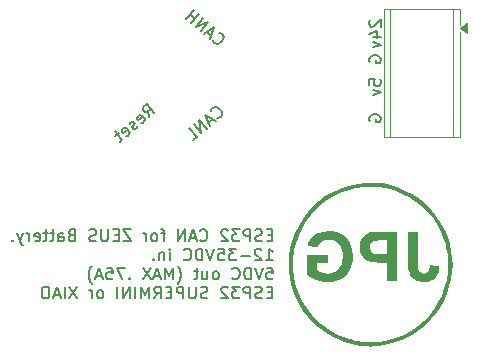
<source format=gbr>
%TF.GenerationSoftware,KiCad,Pcbnew,9.0.6*%
%TF.CreationDate,2025-11-22T18:42:50-05:00*%
%TF.ProjectId,ESP32C6-2,45535033-3243-4362-9d32-2e6b69636164,rev?*%
%TF.SameCoordinates,Original*%
%TF.FileFunction,Legend,Bot*%
%TF.FilePolarity,Positive*%
%FSLAX46Y46*%
G04 Gerber Fmt 4.6, Leading zero omitted, Abs format (unit mm)*
G04 Created by KiCad (PCBNEW 9.0.6) date 2025-11-22 18:42:50*
%MOMM*%
%LPD*%
G01*
G04 APERTURE LIST*
%ADD10C,0.150000*%
%ADD11C,0.000000*%
%ADD12C,0.120000*%
G04 APERTURE END LIST*
D10*
X144917438Y-50860588D02*
X144869819Y-50765350D01*
X144869819Y-50765350D02*
X144869819Y-50622493D01*
X144869819Y-50622493D02*
X144917438Y-50479636D01*
X144917438Y-50479636D02*
X145012676Y-50384398D01*
X145012676Y-50384398D02*
X145107914Y-50336779D01*
X145107914Y-50336779D02*
X145298390Y-50289160D01*
X145298390Y-50289160D02*
X145441247Y-50289160D01*
X145441247Y-50289160D02*
X145631723Y-50336779D01*
X145631723Y-50336779D02*
X145726961Y-50384398D01*
X145726961Y-50384398D02*
X145822200Y-50479636D01*
X145822200Y-50479636D02*
X145869819Y-50622493D01*
X145869819Y-50622493D02*
X145869819Y-50717731D01*
X145869819Y-50717731D02*
X145822200Y-50860588D01*
X145822200Y-50860588D02*
X145774580Y-50908207D01*
X145774580Y-50908207D02*
X145441247Y-50908207D01*
X145441247Y-50908207D02*
X145441247Y-50717731D01*
X144965057Y-47289160D02*
X144917438Y-47336779D01*
X144917438Y-47336779D02*
X144869819Y-47432017D01*
X144869819Y-47432017D02*
X144869819Y-47670112D01*
X144869819Y-47670112D02*
X144917438Y-47765350D01*
X144917438Y-47765350D02*
X144965057Y-47812969D01*
X144965057Y-47812969D02*
X145060295Y-47860588D01*
X145060295Y-47860588D02*
X145155533Y-47860588D01*
X145155533Y-47860588D02*
X145298390Y-47812969D01*
X145298390Y-47812969D02*
X145869819Y-47241541D01*
X145869819Y-47241541D02*
X145869819Y-47860588D01*
X145203152Y-48717731D02*
X145869819Y-48717731D01*
X144822200Y-48479636D02*
X145536485Y-48241541D01*
X145536485Y-48241541D02*
X145536485Y-48860588D01*
X145203152Y-49146303D02*
X145869819Y-49384398D01*
X145869819Y-49384398D02*
X145203152Y-49622493D01*
X144869819Y-52812969D02*
X144869819Y-52336779D01*
X144869819Y-52336779D02*
X145346009Y-52289160D01*
X145346009Y-52289160D02*
X145298390Y-52336779D01*
X145298390Y-52336779D02*
X145250771Y-52432017D01*
X145250771Y-52432017D02*
X145250771Y-52670112D01*
X145250771Y-52670112D02*
X145298390Y-52765350D01*
X145298390Y-52765350D02*
X145346009Y-52812969D01*
X145346009Y-52812969D02*
X145441247Y-52860588D01*
X145441247Y-52860588D02*
X145679342Y-52860588D01*
X145679342Y-52860588D02*
X145774580Y-52812969D01*
X145774580Y-52812969D02*
X145822200Y-52765350D01*
X145822200Y-52765350D02*
X145869819Y-52670112D01*
X145869819Y-52670112D02*
X145869819Y-52432017D01*
X145869819Y-52432017D02*
X145822200Y-52336779D01*
X145822200Y-52336779D02*
X145774580Y-52289160D01*
X145203152Y-53193922D02*
X145869819Y-53432017D01*
X145869819Y-53432017D02*
X145203152Y-53670112D01*
X131662583Y-49025373D02*
X131668453Y-49092460D01*
X131668453Y-49092460D02*
X131747279Y-49220765D01*
X131747279Y-49220765D02*
X131820235Y-49281983D01*
X131820235Y-49281983D02*
X131960279Y-49337332D01*
X131960279Y-49337332D02*
X132094454Y-49325593D01*
X132094454Y-49325593D02*
X132192150Y-49283245D01*
X132192150Y-49283245D02*
X132351064Y-49167941D01*
X132351064Y-49167941D02*
X132442891Y-49058506D01*
X132442891Y-49058506D02*
X132528848Y-48881984D01*
X132528848Y-48881984D02*
X132553588Y-48778418D01*
X132553588Y-48778418D02*
X132541849Y-48644244D01*
X132541849Y-48644244D02*
X132463023Y-48515939D01*
X132463023Y-48515939D02*
X132390066Y-48454721D01*
X132390066Y-48454721D02*
X132250023Y-48399372D01*
X132250023Y-48399372D02*
X132182935Y-48405242D01*
X131493193Y-48634588D02*
X131128410Y-48328499D01*
X131382496Y-48914676D02*
X131769935Y-47934369D01*
X131769935Y-47934369D02*
X130871799Y-48486151D01*
X130616451Y-48271888D02*
X131259239Y-47505844D01*
X131259239Y-47505844D02*
X130178712Y-47904581D01*
X130178712Y-47904581D02*
X130821499Y-47138537D01*
X129813928Y-47598492D02*
X130456716Y-46832447D01*
X130150627Y-47197230D02*
X129712887Y-46829923D01*
X129376189Y-47231185D02*
X130018976Y-46465140D01*
X144917438Y-55860588D02*
X144869819Y-55765350D01*
X144869819Y-55765350D02*
X144869819Y-55622493D01*
X144869819Y-55622493D02*
X144917438Y-55479636D01*
X144917438Y-55479636D02*
X145012676Y-55384398D01*
X145012676Y-55384398D02*
X145107914Y-55336779D01*
X145107914Y-55336779D02*
X145298390Y-55289160D01*
X145298390Y-55289160D02*
X145441247Y-55289160D01*
X145441247Y-55289160D02*
X145631723Y-55336779D01*
X145631723Y-55336779D02*
X145726961Y-55384398D01*
X145726961Y-55384398D02*
X145822200Y-55479636D01*
X145822200Y-55479636D02*
X145869819Y-55622493D01*
X145869819Y-55622493D02*
X145869819Y-55717731D01*
X145869819Y-55717731D02*
X145822200Y-55860588D01*
X145822200Y-55860588D02*
X145774580Y-55908207D01*
X145774580Y-55908207D02*
X145441247Y-55908207D01*
X145441247Y-55908207D02*
X145441247Y-55717731D01*
X136663220Y-65516177D02*
X136329887Y-65516177D01*
X136187030Y-66039987D02*
X136663220Y-66039987D01*
X136663220Y-66039987D02*
X136663220Y-65039987D01*
X136663220Y-65039987D02*
X136187030Y-65039987D01*
X135806077Y-65992368D02*
X135663220Y-66039987D01*
X135663220Y-66039987D02*
X135425125Y-66039987D01*
X135425125Y-66039987D02*
X135329887Y-65992368D01*
X135329887Y-65992368D02*
X135282268Y-65944748D01*
X135282268Y-65944748D02*
X135234649Y-65849510D01*
X135234649Y-65849510D02*
X135234649Y-65754272D01*
X135234649Y-65754272D02*
X135282268Y-65659034D01*
X135282268Y-65659034D02*
X135329887Y-65611415D01*
X135329887Y-65611415D02*
X135425125Y-65563796D01*
X135425125Y-65563796D02*
X135615601Y-65516177D01*
X135615601Y-65516177D02*
X135710839Y-65468558D01*
X135710839Y-65468558D02*
X135758458Y-65420939D01*
X135758458Y-65420939D02*
X135806077Y-65325701D01*
X135806077Y-65325701D02*
X135806077Y-65230463D01*
X135806077Y-65230463D02*
X135758458Y-65135225D01*
X135758458Y-65135225D02*
X135710839Y-65087606D01*
X135710839Y-65087606D02*
X135615601Y-65039987D01*
X135615601Y-65039987D02*
X135377506Y-65039987D01*
X135377506Y-65039987D02*
X135234649Y-65087606D01*
X134806077Y-66039987D02*
X134806077Y-65039987D01*
X134806077Y-65039987D02*
X134425125Y-65039987D01*
X134425125Y-65039987D02*
X134329887Y-65087606D01*
X134329887Y-65087606D02*
X134282268Y-65135225D01*
X134282268Y-65135225D02*
X134234649Y-65230463D01*
X134234649Y-65230463D02*
X134234649Y-65373320D01*
X134234649Y-65373320D02*
X134282268Y-65468558D01*
X134282268Y-65468558D02*
X134329887Y-65516177D01*
X134329887Y-65516177D02*
X134425125Y-65563796D01*
X134425125Y-65563796D02*
X134806077Y-65563796D01*
X133901315Y-65039987D02*
X133282268Y-65039987D01*
X133282268Y-65039987D02*
X133615601Y-65420939D01*
X133615601Y-65420939D02*
X133472744Y-65420939D01*
X133472744Y-65420939D02*
X133377506Y-65468558D01*
X133377506Y-65468558D02*
X133329887Y-65516177D01*
X133329887Y-65516177D02*
X133282268Y-65611415D01*
X133282268Y-65611415D02*
X133282268Y-65849510D01*
X133282268Y-65849510D02*
X133329887Y-65944748D01*
X133329887Y-65944748D02*
X133377506Y-65992368D01*
X133377506Y-65992368D02*
X133472744Y-66039987D01*
X133472744Y-66039987D02*
X133758458Y-66039987D01*
X133758458Y-66039987D02*
X133853696Y-65992368D01*
X133853696Y-65992368D02*
X133901315Y-65944748D01*
X132901315Y-65135225D02*
X132853696Y-65087606D01*
X132853696Y-65087606D02*
X132758458Y-65039987D01*
X132758458Y-65039987D02*
X132520363Y-65039987D01*
X132520363Y-65039987D02*
X132425125Y-65087606D01*
X132425125Y-65087606D02*
X132377506Y-65135225D01*
X132377506Y-65135225D02*
X132329887Y-65230463D01*
X132329887Y-65230463D02*
X132329887Y-65325701D01*
X132329887Y-65325701D02*
X132377506Y-65468558D01*
X132377506Y-65468558D02*
X132948934Y-66039987D01*
X132948934Y-66039987D02*
X132329887Y-66039987D01*
X130567982Y-65944748D02*
X130615601Y-65992368D01*
X130615601Y-65992368D02*
X130758458Y-66039987D01*
X130758458Y-66039987D02*
X130853696Y-66039987D01*
X130853696Y-66039987D02*
X130996553Y-65992368D01*
X130996553Y-65992368D02*
X131091791Y-65897129D01*
X131091791Y-65897129D02*
X131139410Y-65801891D01*
X131139410Y-65801891D02*
X131187029Y-65611415D01*
X131187029Y-65611415D02*
X131187029Y-65468558D01*
X131187029Y-65468558D02*
X131139410Y-65278082D01*
X131139410Y-65278082D02*
X131091791Y-65182844D01*
X131091791Y-65182844D02*
X130996553Y-65087606D01*
X130996553Y-65087606D02*
X130853696Y-65039987D01*
X130853696Y-65039987D02*
X130758458Y-65039987D01*
X130758458Y-65039987D02*
X130615601Y-65087606D01*
X130615601Y-65087606D02*
X130567982Y-65135225D01*
X130187029Y-65754272D02*
X129710839Y-65754272D01*
X130282267Y-66039987D02*
X129948934Y-65039987D01*
X129948934Y-65039987D02*
X129615601Y-66039987D01*
X129282267Y-66039987D02*
X129282267Y-65039987D01*
X129282267Y-65039987D02*
X128710839Y-66039987D01*
X128710839Y-66039987D02*
X128710839Y-65039987D01*
X127615600Y-65373320D02*
X127234648Y-65373320D01*
X127472743Y-66039987D02*
X127472743Y-65182844D01*
X127472743Y-65182844D02*
X127425124Y-65087606D01*
X127425124Y-65087606D02*
X127329886Y-65039987D01*
X127329886Y-65039987D02*
X127234648Y-65039987D01*
X126758457Y-66039987D02*
X126853695Y-65992368D01*
X126853695Y-65992368D02*
X126901314Y-65944748D01*
X126901314Y-65944748D02*
X126948933Y-65849510D01*
X126948933Y-65849510D02*
X126948933Y-65563796D01*
X126948933Y-65563796D02*
X126901314Y-65468558D01*
X126901314Y-65468558D02*
X126853695Y-65420939D01*
X126853695Y-65420939D02*
X126758457Y-65373320D01*
X126758457Y-65373320D02*
X126615600Y-65373320D01*
X126615600Y-65373320D02*
X126520362Y-65420939D01*
X126520362Y-65420939D02*
X126472743Y-65468558D01*
X126472743Y-65468558D02*
X126425124Y-65563796D01*
X126425124Y-65563796D02*
X126425124Y-65849510D01*
X126425124Y-65849510D02*
X126472743Y-65944748D01*
X126472743Y-65944748D02*
X126520362Y-65992368D01*
X126520362Y-65992368D02*
X126615600Y-66039987D01*
X126615600Y-66039987D02*
X126758457Y-66039987D01*
X125996552Y-66039987D02*
X125996552Y-65373320D01*
X125996552Y-65563796D02*
X125948933Y-65468558D01*
X125948933Y-65468558D02*
X125901314Y-65420939D01*
X125901314Y-65420939D02*
X125806076Y-65373320D01*
X125806076Y-65373320D02*
X125710838Y-65373320D01*
X124710837Y-65039987D02*
X124044171Y-65039987D01*
X124044171Y-65039987D02*
X124710837Y-66039987D01*
X124710837Y-66039987D02*
X124044171Y-66039987D01*
X123663218Y-65516177D02*
X123329885Y-65516177D01*
X123187028Y-66039987D02*
X123663218Y-66039987D01*
X123663218Y-66039987D02*
X123663218Y-65039987D01*
X123663218Y-65039987D02*
X123187028Y-65039987D01*
X122758456Y-65039987D02*
X122758456Y-65849510D01*
X122758456Y-65849510D02*
X122710837Y-65944748D01*
X122710837Y-65944748D02*
X122663218Y-65992368D01*
X122663218Y-65992368D02*
X122567980Y-66039987D01*
X122567980Y-66039987D02*
X122377504Y-66039987D01*
X122377504Y-66039987D02*
X122282266Y-65992368D01*
X122282266Y-65992368D02*
X122234647Y-65944748D01*
X122234647Y-65944748D02*
X122187028Y-65849510D01*
X122187028Y-65849510D02*
X122187028Y-65039987D01*
X121758456Y-65992368D02*
X121615599Y-66039987D01*
X121615599Y-66039987D02*
X121377504Y-66039987D01*
X121377504Y-66039987D02*
X121282266Y-65992368D01*
X121282266Y-65992368D02*
X121234647Y-65944748D01*
X121234647Y-65944748D02*
X121187028Y-65849510D01*
X121187028Y-65849510D02*
X121187028Y-65754272D01*
X121187028Y-65754272D02*
X121234647Y-65659034D01*
X121234647Y-65659034D02*
X121282266Y-65611415D01*
X121282266Y-65611415D02*
X121377504Y-65563796D01*
X121377504Y-65563796D02*
X121567980Y-65516177D01*
X121567980Y-65516177D02*
X121663218Y-65468558D01*
X121663218Y-65468558D02*
X121710837Y-65420939D01*
X121710837Y-65420939D02*
X121758456Y-65325701D01*
X121758456Y-65325701D02*
X121758456Y-65230463D01*
X121758456Y-65230463D02*
X121710837Y-65135225D01*
X121710837Y-65135225D02*
X121663218Y-65087606D01*
X121663218Y-65087606D02*
X121567980Y-65039987D01*
X121567980Y-65039987D02*
X121329885Y-65039987D01*
X121329885Y-65039987D02*
X121187028Y-65087606D01*
X119663218Y-65516177D02*
X119520361Y-65563796D01*
X119520361Y-65563796D02*
X119472742Y-65611415D01*
X119472742Y-65611415D02*
X119425123Y-65706653D01*
X119425123Y-65706653D02*
X119425123Y-65849510D01*
X119425123Y-65849510D02*
X119472742Y-65944748D01*
X119472742Y-65944748D02*
X119520361Y-65992368D01*
X119520361Y-65992368D02*
X119615599Y-66039987D01*
X119615599Y-66039987D02*
X119996551Y-66039987D01*
X119996551Y-66039987D02*
X119996551Y-65039987D01*
X119996551Y-65039987D02*
X119663218Y-65039987D01*
X119663218Y-65039987D02*
X119567980Y-65087606D01*
X119567980Y-65087606D02*
X119520361Y-65135225D01*
X119520361Y-65135225D02*
X119472742Y-65230463D01*
X119472742Y-65230463D02*
X119472742Y-65325701D01*
X119472742Y-65325701D02*
X119520361Y-65420939D01*
X119520361Y-65420939D02*
X119567980Y-65468558D01*
X119567980Y-65468558D02*
X119663218Y-65516177D01*
X119663218Y-65516177D02*
X119996551Y-65516177D01*
X118567980Y-66039987D02*
X118567980Y-65516177D01*
X118567980Y-65516177D02*
X118615599Y-65420939D01*
X118615599Y-65420939D02*
X118710837Y-65373320D01*
X118710837Y-65373320D02*
X118901313Y-65373320D01*
X118901313Y-65373320D02*
X118996551Y-65420939D01*
X118567980Y-65992368D02*
X118663218Y-66039987D01*
X118663218Y-66039987D02*
X118901313Y-66039987D01*
X118901313Y-66039987D02*
X118996551Y-65992368D01*
X118996551Y-65992368D02*
X119044170Y-65897129D01*
X119044170Y-65897129D02*
X119044170Y-65801891D01*
X119044170Y-65801891D02*
X118996551Y-65706653D01*
X118996551Y-65706653D02*
X118901313Y-65659034D01*
X118901313Y-65659034D02*
X118663218Y-65659034D01*
X118663218Y-65659034D02*
X118567980Y-65611415D01*
X118234646Y-65373320D02*
X117853694Y-65373320D01*
X118091789Y-65039987D02*
X118091789Y-65897129D01*
X118091789Y-65897129D02*
X118044170Y-65992368D01*
X118044170Y-65992368D02*
X117948932Y-66039987D01*
X117948932Y-66039987D02*
X117853694Y-66039987D01*
X117663217Y-65373320D02*
X117282265Y-65373320D01*
X117520360Y-65039987D02*
X117520360Y-65897129D01*
X117520360Y-65897129D02*
X117472741Y-65992368D01*
X117472741Y-65992368D02*
X117377503Y-66039987D01*
X117377503Y-66039987D02*
X117282265Y-66039987D01*
X116567979Y-65992368D02*
X116663217Y-66039987D01*
X116663217Y-66039987D02*
X116853693Y-66039987D01*
X116853693Y-66039987D02*
X116948931Y-65992368D01*
X116948931Y-65992368D02*
X116996550Y-65897129D01*
X116996550Y-65897129D02*
X116996550Y-65516177D01*
X116996550Y-65516177D02*
X116948931Y-65420939D01*
X116948931Y-65420939D02*
X116853693Y-65373320D01*
X116853693Y-65373320D02*
X116663217Y-65373320D01*
X116663217Y-65373320D02*
X116567979Y-65420939D01*
X116567979Y-65420939D02*
X116520360Y-65516177D01*
X116520360Y-65516177D02*
X116520360Y-65611415D01*
X116520360Y-65611415D02*
X116996550Y-65706653D01*
X116091788Y-66039987D02*
X116091788Y-65373320D01*
X116091788Y-65563796D02*
X116044169Y-65468558D01*
X116044169Y-65468558D02*
X115996550Y-65420939D01*
X115996550Y-65420939D02*
X115901312Y-65373320D01*
X115901312Y-65373320D02*
X115806074Y-65373320D01*
X115567978Y-65373320D02*
X115329883Y-66039987D01*
X115091788Y-65373320D02*
X115329883Y-66039987D01*
X115329883Y-66039987D02*
X115425121Y-66278082D01*
X115425121Y-66278082D02*
X115472740Y-66325701D01*
X115472740Y-66325701D02*
X115567978Y-66373320D01*
X114710835Y-65944748D02*
X114663216Y-65992368D01*
X114663216Y-65992368D02*
X114710835Y-66039987D01*
X114710835Y-66039987D02*
X114758454Y-65992368D01*
X114758454Y-65992368D02*
X114710835Y-65944748D01*
X114710835Y-65944748D02*
X114710835Y-66039987D01*
X136139411Y-67649931D02*
X136710839Y-67649931D01*
X136425125Y-67649931D02*
X136425125Y-66649931D01*
X136425125Y-66649931D02*
X136520363Y-66792788D01*
X136520363Y-66792788D02*
X136615601Y-66888026D01*
X136615601Y-66888026D02*
X136710839Y-66935645D01*
X135758458Y-66745169D02*
X135710839Y-66697550D01*
X135710839Y-66697550D02*
X135615601Y-66649931D01*
X135615601Y-66649931D02*
X135377506Y-66649931D01*
X135377506Y-66649931D02*
X135282268Y-66697550D01*
X135282268Y-66697550D02*
X135234649Y-66745169D01*
X135234649Y-66745169D02*
X135187030Y-66840407D01*
X135187030Y-66840407D02*
X135187030Y-66935645D01*
X135187030Y-66935645D02*
X135234649Y-67078502D01*
X135234649Y-67078502D02*
X135806077Y-67649931D01*
X135806077Y-67649931D02*
X135187030Y-67649931D01*
X134758458Y-67268978D02*
X133996554Y-67268978D01*
X133615601Y-66649931D02*
X132996554Y-66649931D01*
X132996554Y-66649931D02*
X133329887Y-67030883D01*
X133329887Y-67030883D02*
X133187030Y-67030883D01*
X133187030Y-67030883D02*
X133091792Y-67078502D01*
X133091792Y-67078502D02*
X133044173Y-67126121D01*
X133044173Y-67126121D02*
X132996554Y-67221359D01*
X132996554Y-67221359D02*
X132996554Y-67459454D01*
X132996554Y-67459454D02*
X133044173Y-67554692D01*
X133044173Y-67554692D02*
X133091792Y-67602312D01*
X133091792Y-67602312D02*
X133187030Y-67649931D01*
X133187030Y-67649931D02*
X133472744Y-67649931D01*
X133472744Y-67649931D02*
X133567982Y-67602312D01*
X133567982Y-67602312D02*
X133615601Y-67554692D01*
X132091792Y-66649931D02*
X132567982Y-66649931D01*
X132567982Y-66649931D02*
X132615601Y-67126121D01*
X132615601Y-67126121D02*
X132567982Y-67078502D01*
X132567982Y-67078502D02*
X132472744Y-67030883D01*
X132472744Y-67030883D02*
X132234649Y-67030883D01*
X132234649Y-67030883D02*
X132139411Y-67078502D01*
X132139411Y-67078502D02*
X132091792Y-67126121D01*
X132091792Y-67126121D02*
X132044173Y-67221359D01*
X132044173Y-67221359D02*
X132044173Y-67459454D01*
X132044173Y-67459454D02*
X132091792Y-67554692D01*
X132091792Y-67554692D02*
X132139411Y-67602312D01*
X132139411Y-67602312D02*
X132234649Y-67649931D01*
X132234649Y-67649931D02*
X132472744Y-67649931D01*
X132472744Y-67649931D02*
X132567982Y-67602312D01*
X132567982Y-67602312D02*
X132615601Y-67554692D01*
X131758458Y-66649931D02*
X131425125Y-67649931D01*
X131425125Y-67649931D02*
X131091792Y-66649931D01*
X130758458Y-67649931D02*
X130758458Y-66649931D01*
X130758458Y-66649931D02*
X130520363Y-66649931D01*
X130520363Y-66649931D02*
X130377506Y-66697550D01*
X130377506Y-66697550D02*
X130282268Y-66792788D01*
X130282268Y-66792788D02*
X130234649Y-66888026D01*
X130234649Y-66888026D02*
X130187030Y-67078502D01*
X130187030Y-67078502D02*
X130187030Y-67221359D01*
X130187030Y-67221359D02*
X130234649Y-67411835D01*
X130234649Y-67411835D02*
X130282268Y-67507073D01*
X130282268Y-67507073D02*
X130377506Y-67602312D01*
X130377506Y-67602312D02*
X130520363Y-67649931D01*
X130520363Y-67649931D02*
X130758458Y-67649931D01*
X129187030Y-67554692D02*
X129234649Y-67602312D01*
X129234649Y-67602312D02*
X129377506Y-67649931D01*
X129377506Y-67649931D02*
X129472744Y-67649931D01*
X129472744Y-67649931D02*
X129615601Y-67602312D01*
X129615601Y-67602312D02*
X129710839Y-67507073D01*
X129710839Y-67507073D02*
X129758458Y-67411835D01*
X129758458Y-67411835D02*
X129806077Y-67221359D01*
X129806077Y-67221359D02*
X129806077Y-67078502D01*
X129806077Y-67078502D02*
X129758458Y-66888026D01*
X129758458Y-66888026D02*
X129710839Y-66792788D01*
X129710839Y-66792788D02*
X129615601Y-66697550D01*
X129615601Y-66697550D02*
X129472744Y-66649931D01*
X129472744Y-66649931D02*
X129377506Y-66649931D01*
X129377506Y-66649931D02*
X129234649Y-66697550D01*
X129234649Y-66697550D02*
X129187030Y-66745169D01*
X127996553Y-67649931D02*
X127996553Y-66983264D01*
X127996553Y-66649931D02*
X128044172Y-66697550D01*
X128044172Y-66697550D02*
X127996553Y-66745169D01*
X127996553Y-66745169D02*
X127948934Y-66697550D01*
X127948934Y-66697550D02*
X127996553Y-66649931D01*
X127996553Y-66649931D02*
X127996553Y-66745169D01*
X127520363Y-66983264D02*
X127520363Y-67649931D01*
X127520363Y-67078502D02*
X127472744Y-67030883D01*
X127472744Y-67030883D02*
X127377506Y-66983264D01*
X127377506Y-66983264D02*
X127234649Y-66983264D01*
X127234649Y-66983264D02*
X127139411Y-67030883D01*
X127139411Y-67030883D02*
X127091792Y-67126121D01*
X127091792Y-67126121D02*
X127091792Y-67649931D01*
X126615601Y-67554692D02*
X126567982Y-67602312D01*
X126567982Y-67602312D02*
X126615601Y-67649931D01*
X126615601Y-67649931D02*
X126663220Y-67602312D01*
X126663220Y-67602312D02*
X126615601Y-67554692D01*
X126615601Y-67554692D02*
X126615601Y-67649931D01*
X136187030Y-68259875D02*
X136663220Y-68259875D01*
X136663220Y-68259875D02*
X136710839Y-68736065D01*
X136710839Y-68736065D02*
X136663220Y-68688446D01*
X136663220Y-68688446D02*
X136567982Y-68640827D01*
X136567982Y-68640827D02*
X136329887Y-68640827D01*
X136329887Y-68640827D02*
X136234649Y-68688446D01*
X136234649Y-68688446D02*
X136187030Y-68736065D01*
X136187030Y-68736065D02*
X136139411Y-68831303D01*
X136139411Y-68831303D02*
X136139411Y-69069398D01*
X136139411Y-69069398D02*
X136187030Y-69164636D01*
X136187030Y-69164636D02*
X136234649Y-69212256D01*
X136234649Y-69212256D02*
X136329887Y-69259875D01*
X136329887Y-69259875D02*
X136567982Y-69259875D01*
X136567982Y-69259875D02*
X136663220Y-69212256D01*
X136663220Y-69212256D02*
X136710839Y-69164636D01*
X135853696Y-68259875D02*
X135520363Y-69259875D01*
X135520363Y-69259875D02*
X135187030Y-68259875D01*
X134853696Y-69259875D02*
X134853696Y-68259875D01*
X134853696Y-68259875D02*
X134615601Y-68259875D01*
X134615601Y-68259875D02*
X134472744Y-68307494D01*
X134472744Y-68307494D02*
X134377506Y-68402732D01*
X134377506Y-68402732D02*
X134329887Y-68497970D01*
X134329887Y-68497970D02*
X134282268Y-68688446D01*
X134282268Y-68688446D02*
X134282268Y-68831303D01*
X134282268Y-68831303D02*
X134329887Y-69021779D01*
X134329887Y-69021779D02*
X134377506Y-69117017D01*
X134377506Y-69117017D02*
X134472744Y-69212256D01*
X134472744Y-69212256D02*
X134615601Y-69259875D01*
X134615601Y-69259875D02*
X134853696Y-69259875D01*
X133282268Y-69164636D02*
X133329887Y-69212256D01*
X133329887Y-69212256D02*
X133472744Y-69259875D01*
X133472744Y-69259875D02*
X133567982Y-69259875D01*
X133567982Y-69259875D02*
X133710839Y-69212256D01*
X133710839Y-69212256D02*
X133806077Y-69117017D01*
X133806077Y-69117017D02*
X133853696Y-69021779D01*
X133853696Y-69021779D02*
X133901315Y-68831303D01*
X133901315Y-68831303D02*
X133901315Y-68688446D01*
X133901315Y-68688446D02*
X133853696Y-68497970D01*
X133853696Y-68497970D02*
X133806077Y-68402732D01*
X133806077Y-68402732D02*
X133710839Y-68307494D01*
X133710839Y-68307494D02*
X133567982Y-68259875D01*
X133567982Y-68259875D02*
X133472744Y-68259875D01*
X133472744Y-68259875D02*
X133329887Y-68307494D01*
X133329887Y-68307494D02*
X133282268Y-68355113D01*
X131948934Y-69259875D02*
X132044172Y-69212256D01*
X132044172Y-69212256D02*
X132091791Y-69164636D01*
X132091791Y-69164636D02*
X132139410Y-69069398D01*
X132139410Y-69069398D02*
X132139410Y-68783684D01*
X132139410Y-68783684D02*
X132091791Y-68688446D01*
X132091791Y-68688446D02*
X132044172Y-68640827D01*
X132044172Y-68640827D02*
X131948934Y-68593208D01*
X131948934Y-68593208D02*
X131806077Y-68593208D01*
X131806077Y-68593208D02*
X131710839Y-68640827D01*
X131710839Y-68640827D02*
X131663220Y-68688446D01*
X131663220Y-68688446D02*
X131615601Y-68783684D01*
X131615601Y-68783684D02*
X131615601Y-69069398D01*
X131615601Y-69069398D02*
X131663220Y-69164636D01*
X131663220Y-69164636D02*
X131710839Y-69212256D01*
X131710839Y-69212256D02*
X131806077Y-69259875D01*
X131806077Y-69259875D02*
X131948934Y-69259875D01*
X130758458Y-68593208D02*
X130758458Y-69259875D01*
X131187029Y-68593208D02*
X131187029Y-69117017D01*
X131187029Y-69117017D02*
X131139410Y-69212256D01*
X131139410Y-69212256D02*
X131044172Y-69259875D01*
X131044172Y-69259875D02*
X130901315Y-69259875D01*
X130901315Y-69259875D02*
X130806077Y-69212256D01*
X130806077Y-69212256D02*
X130758458Y-69164636D01*
X130425124Y-68593208D02*
X130044172Y-68593208D01*
X130282267Y-68259875D02*
X130282267Y-69117017D01*
X130282267Y-69117017D02*
X130234648Y-69212256D01*
X130234648Y-69212256D02*
X130139410Y-69259875D01*
X130139410Y-69259875D02*
X130044172Y-69259875D01*
X128663219Y-69640827D02*
X128710838Y-69593208D01*
X128710838Y-69593208D02*
X128806076Y-69450351D01*
X128806076Y-69450351D02*
X128853695Y-69355113D01*
X128853695Y-69355113D02*
X128901314Y-69212256D01*
X128901314Y-69212256D02*
X128948933Y-68974160D01*
X128948933Y-68974160D02*
X128948933Y-68783684D01*
X128948933Y-68783684D02*
X128901314Y-68545589D01*
X128901314Y-68545589D02*
X128853695Y-68402732D01*
X128853695Y-68402732D02*
X128806076Y-68307494D01*
X128806076Y-68307494D02*
X128710838Y-68164636D01*
X128710838Y-68164636D02*
X128663219Y-68117017D01*
X128282266Y-69259875D02*
X128282266Y-68259875D01*
X128282266Y-68259875D02*
X127948933Y-68974160D01*
X127948933Y-68974160D02*
X127615600Y-68259875D01*
X127615600Y-68259875D02*
X127615600Y-69259875D01*
X127187028Y-68974160D02*
X126710838Y-68974160D01*
X127282266Y-69259875D02*
X126948933Y-68259875D01*
X126948933Y-68259875D02*
X126615600Y-69259875D01*
X126377504Y-68259875D02*
X125710838Y-69259875D01*
X125710838Y-68259875D02*
X126377504Y-69259875D01*
X124567980Y-69164636D02*
X124520361Y-69212256D01*
X124520361Y-69212256D02*
X124567980Y-69259875D01*
X124567980Y-69259875D02*
X124615599Y-69212256D01*
X124615599Y-69212256D02*
X124567980Y-69164636D01*
X124567980Y-69164636D02*
X124567980Y-69259875D01*
X124187028Y-68259875D02*
X123520362Y-68259875D01*
X123520362Y-68259875D02*
X123948933Y-69259875D01*
X122663219Y-68259875D02*
X123139409Y-68259875D01*
X123139409Y-68259875D02*
X123187028Y-68736065D01*
X123187028Y-68736065D02*
X123139409Y-68688446D01*
X123139409Y-68688446D02*
X123044171Y-68640827D01*
X123044171Y-68640827D02*
X122806076Y-68640827D01*
X122806076Y-68640827D02*
X122710838Y-68688446D01*
X122710838Y-68688446D02*
X122663219Y-68736065D01*
X122663219Y-68736065D02*
X122615600Y-68831303D01*
X122615600Y-68831303D02*
X122615600Y-69069398D01*
X122615600Y-69069398D02*
X122663219Y-69164636D01*
X122663219Y-69164636D02*
X122710838Y-69212256D01*
X122710838Y-69212256D02*
X122806076Y-69259875D01*
X122806076Y-69259875D02*
X123044171Y-69259875D01*
X123044171Y-69259875D02*
X123139409Y-69212256D01*
X123139409Y-69212256D02*
X123187028Y-69164636D01*
X122234647Y-68974160D02*
X121758457Y-68974160D01*
X122329885Y-69259875D02*
X121996552Y-68259875D01*
X121996552Y-68259875D02*
X121663219Y-69259875D01*
X121425123Y-69640827D02*
X121377504Y-69593208D01*
X121377504Y-69593208D02*
X121282266Y-69450351D01*
X121282266Y-69450351D02*
X121234647Y-69355113D01*
X121234647Y-69355113D02*
X121187028Y-69212256D01*
X121187028Y-69212256D02*
X121139409Y-68974160D01*
X121139409Y-68974160D02*
X121139409Y-68783684D01*
X121139409Y-68783684D02*
X121187028Y-68545589D01*
X121187028Y-68545589D02*
X121234647Y-68402732D01*
X121234647Y-68402732D02*
X121282266Y-68307494D01*
X121282266Y-68307494D02*
X121377504Y-68164636D01*
X121377504Y-68164636D02*
X121425123Y-68117017D01*
X136663220Y-70346009D02*
X136329887Y-70346009D01*
X136187030Y-70869819D02*
X136663220Y-70869819D01*
X136663220Y-70869819D02*
X136663220Y-69869819D01*
X136663220Y-69869819D02*
X136187030Y-69869819D01*
X135806077Y-70822200D02*
X135663220Y-70869819D01*
X135663220Y-70869819D02*
X135425125Y-70869819D01*
X135425125Y-70869819D02*
X135329887Y-70822200D01*
X135329887Y-70822200D02*
X135282268Y-70774580D01*
X135282268Y-70774580D02*
X135234649Y-70679342D01*
X135234649Y-70679342D02*
X135234649Y-70584104D01*
X135234649Y-70584104D02*
X135282268Y-70488866D01*
X135282268Y-70488866D02*
X135329887Y-70441247D01*
X135329887Y-70441247D02*
X135425125Y-70393628D01*
X135425125Y-70393628D02*
X135615601Y-70346009D01*
X135615601Y-70346009D02*
X135710839Y-70298390D01*
X135710839Y-70298390D02*
X135758458Y-70250771D01*
X135758458Y-70250771D02*
X135806077Y-70155533D01*
X135806077Y-70155533D02*
X135806077Y-70060295D01*
X135806077Y-70060295D02*
X135758458Y-69965057D01*
X135758458Y-69965057D02*
X135710839Y-69917438D01*
X135710839Y-69917438D02*
X135615601Y-69869819D01*
X135615601Y-69869819D02*
X135377506Y-69869819D01*
X135377506Y-69869819D02*
X135234649Y-69917438D01*
X134806077Y-70869819D02*
X134806077Y-69869819D01*
X134806077Y-69869819D02*
X134425125Y-69869819D01*
X134425125Y-69869819D02*
X134329887Y-69917438D01*
X134329887Y-69917438D02*
X134282268Y-69965057D01*
X134282268Y-69965057D02*
X134234649Y-70060295D01*
X134234649Y-70060295D02*
X134234649Y-70203152D01*
X134234649Y-70203152D02*
X134282268Y-70298390D01*
X134282268Y-70298390D02*
X134329887Y-70346009D01*
X134329887Y-70346009D02*
X134425125Y-70393628D01*
X134425125Y-70393628D02*
X134806077Y-70393628D01*
X133901315Y-69869819D02*
X133282268Y-69869819D01*
X133282268Y-69869819D02*
X133615601Y-70250771D01*
X133615601Y-70250771D02*
X133472744Y-70250771D01*
X133472744Y-70250771D02*
X133377506Y-70298390D01*
X133377506Y-70298390D02*
X133329887Y-70346009D01*
X133329887Y-70346009D02*
X133282268Y-70441247D01*
X133282268Y-70441247D02*
X133282268Y-70679342D01*
X133282268Y-70679342D02*
X133329887Y-70774580D01*
X133329887Y-70774580D02*
X133377506Y-70822200D01*
X133377506Y-70822200D02*
X133472744Y-70869819D01*
X133472744Y-70869819D02*
X133758458Y-70869819D01*
X133758458Y-70869819D02*
X133853696Y-70822200D01*
X133853696Y-70822200D02*
X133901315Y-70774580D01*
X132901315Y-69965057D02*
X132853696Y-69917438D01*
X132853696Y-69917438D02*
X132758458Y-69869819D01*
X132758458Y-69869819D02*
X132520363Y-69869819D01*
X132520363Y-69869819D02*
X132425125Y-69917438D01*
X132425125Y-69917438D02*
X132377506Y-69965057D01*
X132377506Y-69965057D02*
X132329887Y-70060295D01*
X132329887Y-70060295D02*
X132329887Y-70155533D01*
X132329887Y-70155533D02*
X132377506Y-70298390D01*
X132377506Y-70298390D02*
X132948934Y-70869819D01*
X132948934Y-70869819D02*
X132329887Y-70869819D01*
X131187029Y-70822200D02*
X131044172Y-70869819D01*
X131044172Y-70869819D02*
X130806077Y-70869819D01*
X130806077Y-70869819D02*
X130710839Y-70822200D01*
X130710839Y-70822200D02*
X130663220Y-70774580D01*
X130663220Y-70774580D02*
X130615601Y-70679342D01*
X130615601Y-70679342D02*
X130615601Y-70584104D01*
X130615601Y-70584104D02*
X130663220Y-70488866D01*
X130663220Y-70488866D02*
X130710839Y-70441247D01*
X130710839Y-70441247D02*
X130806077Y-70393628D01*
X130806077Y-70393628D02*
X130996553Y-70346009D01*
X130996553Y-70346009D02*
X131091791Y-70298390D01*
X131091791Y-70298390D02*
X131139410Y-70250771D01*
X131139410Y-70250771D02*
X131187029Y-70155533D01*
X131187029Y-70155533D02*
X131187029Y-70060295D01*
X131187029Y-70060295D02*
X131139410Y-69965057D01*
X131139410Y-69965057D02*
X131091791Y-69917438D01*
X131091791Y-69917438D02*
X130996553Y-69869819D01*
X130996553Y-69869819D02*
X130758458Y-69869819D01*
X130758458Y-69869819D02*
X130615601Y-69917438D01*
X130187029Y-69869819D02*
X130187029Y-70679342D01*
X130187029Y-70679342D02*
X130139410Y-70774580D01*
X130139410Y-70774580D02*
X130091791Y-70822200D01*
X130091791Y-70822200D02*
X129996553Y-70869819D01*
X129996553Y-70869819D02*
X129806077Y-70869819D01*
X129806077Y-70869819D02*
X129710839Y-70822200D01*
X129710839Y-70822200D02*
X129663220Y-70774580D01*
X129663220Y-70774580D02*
X129615601Y-70679342D01*
X129615601Y-70679342D02*
X129615601Y-69869819D01*
X129139410Y-70869819D02*
X129139410Y-69869819D01*
X129139410Y-69869819D02*
X128758458Y-69869819D01*
X128758458Y-69869819D02*
X128663220Y-69917438D01*
X128663220Y-69917438D02*
X128615601Y-69965057D01*
X128615601Y-69965057D02*
X128567982Y-70060295D01*
X128567982Y-70060295D02*
X128567982Y-70203152D01*
X128567982Y-70203152D02*
X128615601Y-70298390D01*
X128615601Y-70298390D02*
X128663220Y-70346009D01*
X128663220Y-70346009D02*
X128758458Y-70393628D01*
X128758458Y-70393628D02*
X129139410Y-70393628D01*
X128139410Y-70346009D02*
X127806077Y-70346009D01*
X127663220Y-70869819D02*
X128139410Y-70869819D01*
X128139410Y-70869819D02*
X128139410Y-69869819D01*
X128139410Y-69869819D02*
X127663220Y-69869819D01*
X126663220Y-70869819D02*
X126996553Y-70393628D01*
X127234648Y-70869819D02*
X127234648Y-69869819D01*
X127234648Y-69869819D02*
X126853696Y-69869819D01*
X126853696Y-69869819D02*
X126758458Y-69917438D01*
X126758458Y-69917438D02*
X126710839Y-69965057D01*
X126710839Y-69965057D02*
X126663220Y-70060295D01*
X126663220Y-70060295D02*
X126663220Y-70203152D01*
X126663220Y-70203152D02*
X126710839Y-70298390D01*
X126710839Y-70298390D02*
X126758458Y-70346009D01*
X126758458Y-70346009D02*
X126853696Y-70393628D01*
X126853696Y-70393628D02*
X127234648Y-70393628D01*
X126234648Y-70869819D02*
X126234648Y-69869819D01*
X126234648Y-69869819D02*
X125901315Y-70584104D01*
X125901315Y-70584104D02*
X125567982Y-69869819D01*
X125567982Y-69869819D02*
X125567982Y-70869819D01*
X125091791Y-70869819D02*
X125091791Y-69869819D01*
X124615601Y-70869819D02*
X124615601Y-69869819D01*
X124615601Y-69869819D02*
X124044173Y-70869819D01*
X124044173Y-70869819D02*
X124044173Y-69869819D01*
X123567982Y-70869819D02*
X123567982Y-69869819D01*
X122187030Y-70869819D02*
X122282268Y-70822200D01*
X122282268Y-70822200D02*
X122329887Y-70774580D01*
X122329887Y-70774580D02*
X122377506Y-70679342D01*
X122377506Y-70679342D02*
X122377506Y-70393628D01*
X122377506Y-70393628D02*
X122329887Y-70298390D01*
X122329887Y-70298390D02*
X122282268Y-70250771D01*
X122282268Y-70250771D02*
X122187030Y-70203152D01*
X122187030Y-70203152D02*
X122044173Y-70203152D01*
X122044173Y-70203152D02*
X121948935Y-70250771D01*
X121948935Y-70250771D02*
X121901316Y-70298390D01*
X121901316Y-70298390D02*
X121853697Y-70393628D01*
X121853697Y-70393628D02*
X121853697Y-70679342D01*
X121853697Y-70679342D02*
X121901316Y-70774580D01*
X121901316Y-70774580D02*
X121948935Y-70822200D01*
X121948935Y-70822200D02*
X122044173Y-70869819D01*
X122044173Y-70869819D02*
X122187030Y-70869819D01*
X121425125Y-70869819D02*
X121425125Y-70203152D01*
X121425125Y-70393628D02*
X121377506Y-70298390D01*
X121377506Y-70298390D02*
X121329887Y-70250771D01*
X121329887Y-70250771D02*
X121234649Y-70203152D01*
X121234649Y-70203152D02*
X121139411Y-70203152D01*
X120139410Y-69869819D02*
X119472744Y-70869819D01*
X119472744Y-69869819D02*
X120139410Y-70869819D01*
X119091791Y-70869819D02*
X119091791Y-69869819D01*
X118663220Y-70584104D02*
X118187030Y-70584104D01*
X118758458Y-70869819D02*
X118425125Y-69869819D01*
X118425125Y-69869819D02*
X118091792Y-70869819D01*
X117567982Y-69869819D02*
X117377506Y-69869819D01*
X117377506Y-69869819D02*
X117282268Y-69917438D01*
X117282268Y-69917438D02*
X117187030Y-70012676D01*
X117187030Y-70012676D02*
X117139411Y-70203152D01*
X117139411Y-70203152D02*
X117139411Y-70536485D01*
X117139411Y-70536485D02*
X117187030Y-70726961D01*
X117187030Y-70726961D02*
X117282268Y-70822200D01*
X117282268Y-70822200D02*
X117377506Y-70869819D01*
X117377506Y-70869819D02*
X117567982Y-70869819D01*
X117567982Y-70869819D02*
X117663220Y-70822200D01*
X117663220Y-70822200D02*
X117758458Y-70726961D01*
X117758458Y-70726961D02*
X117806077Y-70536485D01*
X117806077Y-70536485D02*
X117806077Y-70203152D01*
X117806077Y-70203152D02*
X117758458Y-70012676D01*
X117758458Y-70012676D02*
X117663220Y-69917438D01*
X117663220Y-69917438D02*
X117567982Y-69869819D01*
X126240787Y-55552579D02*
X126190046Y-54973533D01*
X126678527Y-55185272D02*
X126035740Y-54419227D01*
X126035740Y-54419227D02*
X125743913Y-54664099D01*
X125743913Y-54664099D02*
X125701565Y-54761795D01*
X125701565Y-54761795D02*
X125695696Y-54828882D01*
X125695696Y-54828882D02*
X125720436Y-54932448D01*
X125720436Y-54932448D02*
X125812262Y-55041883D01*
X125812262Y-55041883D02*
X125909959Y-55084230D01*
X125909959Y-55084230D02*
X125977046Y-55090100D01*
X125977046Y-55090100D02*
X126080611Y-55065360D01*
X126080611Y-55065360D02*
X126372438Y-54820489D01*
X125590047Y-56036452D02*
X125693613Y-56011713D01*
X125693613Y-56011713D02*
X125839526Y-55889277D01*
X125839526Y-55889277D02*
X125881874Y-55791581D01*
X125881874Y-55791581D02*
X125857134Y-55688015D01*
X125857134Y-55688015D02*
X125612263Y-55396189D01*
X125612263Y-55396189D02*
X125514567Y-55353841D01*
X125514567Y-55353841D02*
X125411001Y-55378581D01*
X125411001Y-55378581D02*
X125265088Y-55501017D01*
X125265088Y-55501017D02*
X125222740Y-55598713D01*
X125222740Y-55598713D02*
X125247480Y-55702278D01*
X125247480Y-55702278D02*
X125308698Y-55775235D01*
X125308698Y-55775235D02*
X125734698Y-55542102D01*
X125261742Y-56311933D02*
X125219395Y-56409629D01*
X125219395Y-56409629D02*
X125073482Y-56532065D01*
X125073482Y-56532065D02*
X124969916Y-56556804D01*
X124969916Y-56556804D02*
X124872220Y-56514457D01*
X124872220Y-56514457D02*
X124841611Y-56477978D01*
X124841611Y-56477978D02*
X124816871Y-56374413D01*
X124816871Y-56374413D02*
X124859219Y-56276717D01*
X124859219Y-56276717D02*
X124968654Y-56184890D01*
X124968654Y-56184890D02*
X125011002Y-56087194D01*
X125011002Y-56087194D02*
X124986262Y-55983628D01*
X124986262Y-55983628D02*
X124955653Y-55947150D01*
X124955653Y-55947150D02*
X124857957Y-55904802D01*
X124857957Y-55904802D02*
X124754391Y-55929542D01*
X124754391Y-55929542D02*
X124644956Y-56021369D01*
X124644956Y-56021369D02*
X124602609Y-56119065D01*
X124313306Y-57107765D02*
X124416872Y-57083026D01*
X124416872Y-57083026D02*
X124562785Y-56960590D01*
X124562785Y-56960590D02*
X124605133Y-56862894D01*
X124605133Y-56862894D02*
X124580393Y-56759328D01*
X124580393Y-56759328D02*
X124335522Y-56467502D01*
X124335522Y-56467502D02*
X124237826Y-56425154D01*
X124237826Y-56425154D02*
X124134260Y-56449894D01*
X124134260Y-56449894D02*
X123988347Y-56572329D01*
X123988347Y-56572329D02*
X123945999Y-56670026D01*
X123945999Y-56670026D02*
X123970739Y-56773591D01*
X123970739Y-56773591D02*
X124031957Y-56846548D01*
X124031957Y-56846548D02*
X124457958Y-56613415D01*
X123660042Y-56847810D02*
X123368215Y-57092681D01*
X123336344Y-56684289D02*
X123887305Y-57340898D01*
X123887305Y-57340898D02*
X123912045Y-57444464D01*
X123912045Y-57444464D02*
X123869697Y-57542160D01*
X123869697Y-57542160D02*
X123796741Y-57603378D01*
X132033657Y-55602058D02*
X132100744Y-55607927D01*
X132100744Y-55607927D02*
X132240788Y-55552579D01*
X132240788Y-55552579D02*
X132313744Y-55491361D01*
X132313744Y-55491361D02*
X132392570Y-55363056D01*
X132392570Y-55363056D02*
X132404309Y-55228881D01*
X132404309Y-55228881D02*
X132379569Y-55125316D01*
X132379569Y-55125316D02*
X132293612Y-54948794D01*
X132293612Y-54948794D02*
X132201785Y-54839359D01*
X132201785Y-54839359D02*
X132042871Y-54724054D01*
X132042871Y-54724054D02*
X131945175Y-54681707D01*
X131945175Y-54681707D02*
X131811000Y-54669968D01*
X131811000Y-54669968D02*
X131670957Y-54725316D01*
X131670957Y-54725316D02*
X131598000Y-54786534D01*
X131598000Y-54786534D02*
X131519174Y-54914839D01*
X131519174Y-54914839D02*
X131513305Y-54981927D01*
X131619394Y-55701016D02*
X131254611Y-56007105D01*
X131876005Y-55858668D02*
X130977869Y-55306886D01*
X130977869Y-55306886D02*
X131365308Y-56287193D01*
X131109960Y-56501456D02*
X130467172Y-55735411D01*
X130467172Y-55735411D02*
X130672220Y-56868763D01*
X130672220Y-56868763D02*
X130029433Y-56102719D01*
X129942654Y-57480942D02*
X130307437Y-57174852D01*
X130307437Y-57174852D02*
X129664650Y-56408808D01*
D11*
%TO.C,G\u002A\u002A\u002A*%
G36*
X148992859Y-66837461D02*
G01*
X148994454Y-67034256D01*
X148997679Y-67392648D01*
X149001092Y-67684340D01*
X149005114Y-67917085D01*
X149010166Y-68098634D01*
X149016669Y-68236741D01*
X149025043Y-68339159D01*
X149035711Y-68413640D01*
X149049091Y-68467937D01*
X149065607Y-68509802D01*
X149085678Y-68546989D01*
X149166283Y-68654944D01*
X149309290Y-68749946D01*
X149493846Y-68780386D01*
X149516614Y-68779945D01*
X149702887Y-68737432D01*
X149851958Y-68629440D01*
X149958471Y-68461512D01*
X150017070Y-68239186D01*
X150032172Y-68136777D01*
X150053635Y-68074222D01*
X150094039Y-68055830D01*
X150168922Y-68063639D01*
X150250262Y-68074937D01*
X150393411Y-68092715D01*
X150548923Y-68110410D01*
X150802923Y-68137856D01*
X150797910Y-68337603D01*
X150762344Y-68623755D01*
X150660852Y-68895559D01*
X150495767Y-69122615D01*
X150268961Y-69302406D01*
X149982308Y-69432420D01*
X149924790Y-69448016D01*
X149733379Y-69473299D01*
X149506064Y-69476956D01*
X149270791Y-69460497D01*
X149055506Y-69425432D01*
X148888154Y-69373272D01*
X148663270Y-69242225D01*
X148451246Y-69038567D01*
X148297633Y-68786063D01*
X148207323Y-68491054D01*
X148201639Y-68449284D01*
X148191267Y-68310833D01*
X148182376Y-68105371D01*
X148175146Y-67840324D01*
X148169758Y-67523114D01*
X148166393Y-67161164D01*
X148165231Y-66761900D01*
X148165231Y-65264615D01*
X148572782Y-65264615D01*
X148980332Y-65264615D01*
X148992859Y-66837461D01*
G37*
G36*
X147266462Y-67333080D02*
G01*
X147266462Y-69406769D01*
X146836616Y-69406769D01*
X146406769Y-69406769D01*
X146406769Y-68625231D01*
X146406769Y-67843692D01*
X145889000Y-67843397D01*
X145668755Y-67840107D01*
X145450469Y-67831337D01*
X145259909Y-67818424D01*
X145122281Y-67802707D01*
X144833751Y-67728804D01*
X144567981Y-67593224D01*
X144354071Y-67399728D01*
X144190721Y-67147404D01*
X144153602Y-67068403D01*
X144115643Y-66966184D01*
X144094023Y-66859507D01*
X144084405Y-66723832D01*
X144083004Y-66587925D01*
X144934716Y-66587925D01*
X144957462Y-66704421D01*
X145048523Y-66883544D01*
X145210358Y-67040201D01*
X145236230Y-67058108D01*
X145293121Y-67086015D01*
X145369534Y-67105471D01*
X145480127Y-67118592D01*
X145639557Y-67127492D01*
X145862482Y-67134286D01*
X146406769Y-67147802D01*
X146406769Y-66557901D01*
X146406769Y-65968000D01*
X145907049Y-65968000D01*
X145839805Y-65968095D01*
X145643825Y-65970624D01*
X145503216Y-65978343D01*
X145400202Y-65993580D01*
X145317009Y-66018664D01*
X145235864Y-66055923D01*
X145186421Y-66083655D01*
X145033200Y-66217335D01*
X144948561Y-66386727D01*
X144934716Y-66587925D01*
X144083004Y-66587925D01*
X144082454Y-66534615D01*
X144085838Y-66347009D01*
X144098493Y-66192977D01*
X144123695Y-66073563D01*
X144164737Y-65966014D01*
X144270560Y-65777963D01*
X144467426Y-65557907D01*
X144719365Y-65393182D01*
X144941385Y-65284154D01*
X146103923Y-65271772D01*
X147266462Y-65259391D01*
X147266462Y-66557901D01*
X147266462Y-67333080D01*
G37*
G36*
X141754694Y-65206318D02*
G01*
X142147890Y-65286287D01*
X142494449Y-65427890D01*
X142793255Y-65630500D01*
X143043188Y-65893491D01*
X143243131Y-66216235D01*
X143323214Y-66395166D01*
X143448914Y-66811019D01*
X143499809Y-67241652D01*
X143475418Y-67680121D01*
X143375259Y-68119483D01*
X143343884Y-68212401D01*
X143178631Y-68568175D01*
X142959231Y-68867698D01*
X142685223Y-69111401D01*
X142356145Y-69299715D01*
X141971539Y-69433073D01*
X141967425Y-69434112D01*
X141806036Y-69459102D01*
X141581446Y-69471293D01*
X141307231Y-69469933D01*
X141072437Y-69456544D01*
X140692646Y-69398176D01*
X140342580Y-69290226D01*
X139998154Y-69126372D01*
X139889844Y-69066893D01*
X139790956Y-69008975D01*
X139718240Y-68952769D01*
X139667691Y-68886868D01*
X139635308Y-68799866D01*
X139617088Y-68680358D01*
X139609029Y-68516936D01*
X139607129Y-68298194D01*
X139607385Y-68012727D01*
X139607385Y-67179384D01*
X140506154Y-67179384D01*
X141404923Y-67179384D01*
X141404923Y-67529874D01*
X141404923Y-67880363D01*
X140926231Y-67891335D01*
X140447539Y-67902307D01*
X140435335Y-68095102D01*
X140432806Y-68139888D01*
X140434455Y-68295955D01*
X140464573Y-68402646D01*
X140533543Y-68482096D01*
X140651750Y-68556440D01*
X140746337Y-68604483D01*
X141061020Y-68720507D01*
X141367880Y-68769820D01*
X141658883Y-68754458D01*
X141925996Y-68676457D01*
X142161187Y-68537854D01*
X142356421Y-68340685D01*
X142503666Y-68086987D01*
X142534811Y-68006126D01*
X142604224Y-67726183D01*
X142635794Y-67413985D01*
X142629525Y-67094694D01*
X142585420Y-66793469D01*
X142503482Y-66535472D01*
X142482838Y-66492627D01*
X142346457Y-66295506D01*
X142162400Y-66121025D01*
X141955493Y-65993729D01*
X141784206Y-65939866D01*
X141564346Y-65910618D01*
X141333569Y-65910471D01*
X141119731Y-65939329D01*
X140950685Y-65997100D01*
X140935211Y-66005473D01*
X140765980Y-66128120D01*
X140625027Y-66283613D01*
X140536153Y-66446166D01*
X140522459Y-66486188D01*
X140502727Y-66526106D01*
X140469387Y-66544982D01*
X140406600Y-66544675D01*
X140298529Y-66527048D01*
X140129334Y-66493959D01*
X139954155Y-66460195D01*
X139809443Y-66431363D01*
X139720711Y-66407891D01*
X139677089Y-66383037D01*
X139667705Y-66350059D01*
X139681690Y-66302216D01*
X139708173Y-66232765D01*
X139710869Y-66225173D01*
X139860746Y-65909221D01*
X140063979Y-65650326D01*
X140320421Y-65448579D01*
X140629924Y-65304071D01*
X140992338Y-65216894D01*
X141407516Y-65187140D01*
X141754694Y-65206318D01*
G37*
G36*
X151913112Y-68597005D02*
G01*
X151818252Y-69230161D01*
X151663252Y-69865997D01*
X151451258Y-70492145D01*
X151185417Y-71096236D01*
X150868877Y-71665902D01*
X150606414Y-72058029D01*
X150153189Y-72622653D01*
X149647356Y-73131697D01*
X149092409Y-73582976D01*
X148491847Y-73974303D01*
X147849167Y-74303490D01*
X147167865Y-74568350D01*
X146451438Y-74766697D01*
X145703385Y-74896343D01*
X145494045Y-74920492D01*
X145224241Y-74942970D01*
X144981759Y-74949299D01*
X144737197Y-74939929D01*
X144461152Y-74915309D01*
X144129236Y-74873579D01*
X143400950Y-74732805D01*
X142710164Y-74527394D01*
X142049693Y-74255381D01*
X142006697Y-74234901D01*
X141357520Y-73881320D01*
X140759743Y-73470239D01*
X140215467Y-73004718D01*
X139726796Y-72487816D01*
X139295830Y-71922591D01*
X138924671Y-71312102D01*
X138615423Y-70659409D01*
X138370186Y-69967570D01*
X138191063Y-69239645D01*
X138080156Y-68478692D01*
X138062684Y-68019538D01*
X138456152Y-68019538D01*
X138456687Y-68218319D01*
X138458726Y-68470359D01*
X138463312Y-68668931D01*
X138471664Y-68829018D01*
X138484998Y-68965601D01*
X138504533Y-69093664D01*
X138531486Y-69228189D01*
X138567076Y-69384158D01*
X138627059Y-69626340D01*
X138760636Y-70079557D01*
X138916855Y-70498172D01*
X139105964Y-70911231D01*
X139204875Y-71102575D01*
X139578155Y-71718026D01*
X140008132Y-72281019D01*
X140491899Y-72789285D01*
X141026549Y-73240556D01*
X141609176Y-73632562D01*
X142236872Y-73963037D01*
X142906730Y-74229710D01*
X143615842Y-74430314D01*
X143690803Y-74447222D01*
X143856478Y-74481391D01*
X144009951Y-74506357D01*
X144169292Y-74523833D01*
X144352572Y-74535528D01*
X144577861Y-74543154D01*
X144863231Y-74548423D01*
X145175929Y-74551493D01*
X145441826Y-74549554D01*
X145664767Y-74540838D01*
X145862656Y-74523784D01*
X146053394Y-74496830D01*
X146254886Y-74458415D01*
X146485033Y-74406977D01*
X147160913Y-74210789D01*
X147814794Y-73942596D01*
X148433206Y-73607849D01*
X149011077Y-73210044D01*
X149543337Y-72752675D01*
X150024915Y-72239239D01*
X150450740Y-71673231D01*
X150744615Y-71195695D01*
X151025837Y-70630343D01*
X151252673Y-70032288D01*
X151432572Y-69384158D01*
X151447145Y-69321363D01*
X151479985Y-69171112D01*
X151504275Y-69037007D01*
X151521330Y-68903333D01*
X151532464Y-68754373D01*
X151538993Y-68574411D01*
X151542232Y-68347730D01*
X151543496Y-68058615D01*
X151542831Y-67842829D01*
X151533824Y-67470497D01*
X151512390Y-67147222D01*
X151475862Y-66854057D01*
X151421577Y-66572058D01*
X151346869Y-66282279D01*
X151249073Y-65965777D01*
X151029644Y-65387698D01*
X150714667Y-64755715D01*
X150337974Y-64167181D01*
X149903333Y-63625455D01*
X149414511Y-63133894D01*
X148875275Y-62695855D01*
X148289392Y-62314694D01*
X147660630Y-61993770D01*
X146992757Y-61736440D01*
X146289539Y-61546061D01*
X146167893Y-61520964D01*
X146029564Y-61497139D01*
X145888930Y-61479989D01*
X145730824Y-61468469D01*
X145540078Y-61461533D01*
X145301526Y-61458138D01*
X145000000Y-61457238D01*
X144748904Y-61457815D01*
X144499877Y-61460672D01*
X144301454Y-61466876D01*
X144138468Y-61477472D01*
X143995752Y-61493505D01*
X143858139Y-61516020D01*
X143710462Y-61546061D01*
X143269377Y-61655789D01*
X142578318Y-61889831D01*
X141927162Y-62190464D01*
X141317756Y-62556522D01*
X140751952Y-62986840D01*
X140231598Y-63480253D01*
X139758545Y-64035595D01*
X139706940Y-64103953D01*
X139324610Y-64683227D01*
X139003750Y-65310704D01*
X138744338Y-65986433D01*
X138546352Y-66710461D01*
X138541253Y-66733401D01*
X138512110Y-66873619D01*
X138490315Y-67003865D01*
X138474856Y-67138827D01*
X138464723Y-67293190D01*
X138458902Y-67481639D01*
X138456383Y-67718860D01*
X138456152Y-68019538D01*
X138062684Y-68019538D01*
X138057299Y-67878031D01*
X138102308Y-67251303D01*
X138212390Y-66613871D01*
X138384258Y-65976067D01*
X138614624Y-65348222D01*
X138900201Y-64740668D01*
X139237700Y-64163736D01*
X139623834Y-63627759D01*
X139663949Y-63578157D01*
X140110762Y-63090102D01*
X140618337Y-62640224D01*
X141176621Y-62235182D01*
X141775562Y-61881631D01*
X142405107Y-61586227D01*
X143055204Y-61355628D01*
X143178151Y-61320086D01*
X143893939Y-61158329D01*
X144606223Y-61074632D01*
X145314762Y-61068975D01*
X146019313Y-61141333D01*
X146719634Y-61291684D01*
X147415482Y-61520007D01*
X148106616Y-61826277D01*
X148317907Y-61936220D01*
X148946895Y-62317361D01*
X149517834Y-62750619D01*
X150032009Y-63237305D01*
X150490706Y-63778731D01*
X150895210Y-64376206D01*
X151246805Y-65031044D01*
X151284846Y-65111997D01*
X151527513Y-65694870D01*
X151710699Y-66275096D01*
X151840700Y-66875818D01*
X151923810Y-67520179D01*
X151944683Y-67978896D01*
X151940611Y-68058615D01*
X151913112Y-68597005D01*
G37*
D12*
%TO.C,J2*%
X146147500Y-46380000D02*
X146147500Y-57240000D01*
X146147500Y-57240000D02*
X152587500Y-57240000D01*
X146667500Y-46380000D02*
X146667500Y-57240000D01*
X151967500Y-46380000D02*
X151967500Y-57240000D01*
X152587500Y-46380000D02*
X146147500Y-46380000D01*
X152587500Y-47700000D02*
X152587500Y-46380000D01*
X152587500Y-57240000D02*
X152587500Y-48300000D01*
X153197500Y-48440000D02*
X152587500Y-48000000D01*
X153197500Y-47560000D01*
X153197500Y-48440000D01*
G36*
X153197500Y-48440000D02*
G01*
X152587500Y-48000000D01*
X153197500Y-47560000D01*
X153197500Y-48440000D01*
G37*
%TD*%
M02*

</source>
